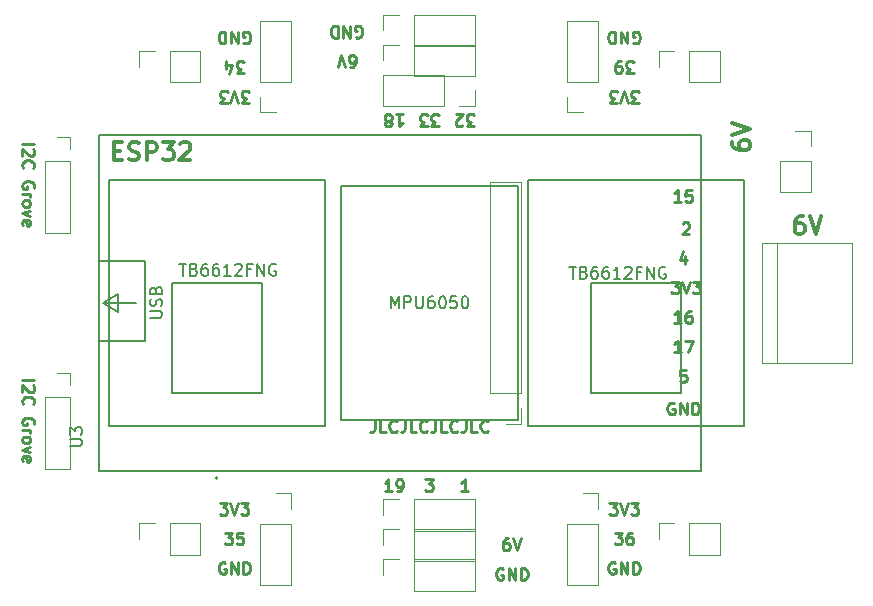
<source format=gbr>
G04 #@! TF.GenerationSoftware,KiCad,Pcbnew,(5.0.1)-3*
G04 #@! TF.CreationDate,2022-06-15T15:10:59+08:00*
G04 #@! TF.ProjectId,Omnibot V1,4F6D6E69626F742056312E6B69636164,rev?*
G04 #@! TF.SameCoordinates,Original*
G04 #@! TF.FileFunction,Legend,Top*
G04 #@! TF.FilePolarity,Positive*
%FSLAX46Y46*%
G04 Gerber Fmt 4.6, Leading zero omitted, Abs format (unit mm)*
G04 Created by KiCad (PCBNEW (5.0.1)-3) date 15-Jun-22 3:10:59 PM*
%MOMM*%
%LPD*%
G01*
G04 APERTURE LIST*
%ADD10C,0.300000*%
%ADD11C,0.250000*%
%ADD12C,0.120000*%
%ADD13C,0.200000*%
%ADD14C,0.127000*%
%ADD15C,0.150000*%
G04 APERTURE END LIST*
D10*
X81642857Y-42678571D02*
X81357142Y-42678571D01*
X81214285Y-42750000D01*
X81142857Y-42821428D01*
X81000000Y-43035714D01*
X80928571Y-43321428D01*
X80928571Y-43892857D01*
X81000000Y-44035714D01*
X81071428Y-44107142D01*
X81214285Y-44178571D01*
X81500000Y-44178571D01*
X81642857Y-44107142D01*
X81714285Y-44035714D01*
X81785714Y-43892857D01*
X81785714Y-43535714D01*
X81714285Y-43392857D01*
X81642857Y-43321428D01*
X81500000Y-43250000D01*
X81214285Y-43250000D01*
X81071428Y-43321428D01*
X81000000Y-43392857D01*
X80928571Y-43535714D01*
X82214285Y-42678571D02*
X82714285Y-44178571D01*
X83214285Y-42678571D01*
D11*
X45380952Y-59952380D02*
X45380952Y-60666666D01*
X45333333Y-60809523D01*
X45238095Y-60904761D01*
X45095238Y-60952380D01*
X45000000Y-60952380D01*
X46333333Y-60952380D02*
X45857142Y-60952380D01*
X45857142Y-59952380D01*
X47238095Y-60857142D02*
X47190476Y-60904761D01*
X47047619Y-60952380D01*
X46952380Y-60952380D01*
X46809523Y-60904761D01*
X46714285Y-60809523D01*
X46666666Y-60714285D01*
X46619047Y-60523809D01*
X46619047Y-60380952D01*
X46666666Y-60190476D01*
X46714285Y-60095238D01*
X46809523Y-60000000D01*
X46952380Y-59952380D01*
X47047619Y-59952380D01*
X47190476Y-60000000D01*
X47238095Y-60047619D01*
X47952380Y-59952380D02*
X47952380Y-60666666D01*
X47904761Y-60809523D01*
X47809523Y-60904761D01*
X47666666Y-60952380D01*
X47571428Y-60952380D01*
X48904761Y-60952380D02*
X48428571Y-60952380D01*
X48428571Y-59952380D01*
X49809523Y-60857142D02*
X49761904Y-60904761D01*
X49619047Y-60952380D01*
X49523809Y-60952380D01*
X49380952Y-60904761D01*
X49285714Y-60809523D01*
X49238095Y-60714285D01*
X49190476Y-60523809D01*
X49190476Y-60380952D01*
X49238095Y-60190476D01*
X49285714Y-60095238D01*
X49380952Y-60000000D01*
X49523809Y-59952380D01*
X49619047Y-59952380D01*
X49761904Y-60000000D01*
X49809523Y-60047619D01*
X50523809Y-59952380D02*
X50523809Y-60666666D01*
X50476190Y-60809523D01*
X50380952Y-60904761D01*
X50238095Y-60952380D01*
X50142857Y-60952380D01*
X51476190Y-60952380D02*
X51000000Y-60952380D01*
X51000000Y-59952380D01*
X52380952Y-60857142D02*
X52333333Y-60904761D01*
X52190476Y-60952380D01*
X52095238Y-60952380D01*
X51952380Y-60904761D01*
X51857142Y-60809523D01*
X51809523Y-60714285D01*
X51761904Y-60523809D01*
X51761904Y-60380952D01*
X51809523Y-60190476D01*
X51857142Y-60095238D01*
X51952380Y-60000000D01*
X52095238Y-59952380D01*
X52190476Y-59952380D01*
X52333333Y-60000000D01*
X52380952Y-60047619D01*
X53095238Y-59952380D02*
X53095238Y-60666666D01*
X53047619Y-60809523D01*
X52952380Y-60904761D01*
X52809523Y-60952380D01*
X52714285Y-60952380D01*
X54047619Y-60952380D02*
X53571428Y-60952380D01*
X53571428Y-59952380D01*
X54952380Y-60857142D02*
X54904761Y-60904761D01*
X54761904Y-60952380D01*
X54666666Y-60952380D01*
X54523809Y-60904761D01*
X54428571Y-60809523D01*
X54380952Y-60714285D01*
X54333333Y-60523809D01*
X54333333Y-60380952D01*
X54380952Y-60190476D01*
X54428571Y-60095238D01*
X54523809Y-60000000D01*
X54666666Y-59952380D01*
X54761904Y-59952380D01*
X54904761Y-60000000D01*
X54952380Y-60047619D01*
D10*
X23285714Y-37142857D02*
X23785714Y-37142857D01*
X24000000Y-37928571D02*
X23285714Y-37928571D01*
X23285714Y-36428571D01*
X24000000Y-36428571D01*
X24571428Y-37857142D02*
X24785714Y-37928571D01*
X25142857Y-37928571D01*
X25285714Y-37857142D01*
X25357142Y-37785714D01*
X25428571Y-37642857D01*
X25428571Y-37500000D01*
X25357142Y-37357142D01*
X25285714Y-37285714D01*
X25142857Y-37214285D01*
X24857142Y-37142857D01*
X24714285Y-37071428D01*
X24642857Y-37000000D01*
X24571428Y-36857142D01*
X24571428Y-36714285D01*
X24642857Y-36571428D01*
X24714285Y-36500000D01*
X24857142Y-36428571D01*
X25214285Y-36428571D01*
X25428571Y-36500000D01*
X26071428Y-37928571D02*
X26071428Y-36428571D01*
X26642857Y-36428571D01*
X26785714Y-36500000D01*
X26857142Y-36571428D01*
X26928571Y-36714285D01*
X26928571Y-36928571D01*
X26857142Y-37071428D01*
X26785714Y-37142857D01*
X26642857Y-37214285D01*
X26071428Y-37214285D01*
X27428571Y-36428571D02*
X28357142Y-36428571D01*
X27857142Y-37000000D01*
X28071428Y-37000000D01*
X28214285Y-37071428D01*
X28285714Y-37142857D01*
X28357142Y-37285714D01*
X28357142Y-37642857D01*
X28285714Y-37785714D01*
X28214285Y-37857142D01*
X28071428Y-37928571D01*
X27642857Y-37928571D01*
X27500000Y-37857142D01*
X27428571Y-37785714D01*
X28928571Y-36571428D02*
X29000000Y-36500000D01*
X29142857Y-36428571D01*
X29500000Y-36428571D01*
X29642857Y-36500000D01*
X29714285Y-36571428D01*
X29785714Y-36714285D01*
X29785714Y-36857142D01*
X29714285Y-37071428D01*
X28857142Y-37928571D01*
X29785714Y-37928571D01*
D11*
X70738095Y-58500000D02*
X70642857Y-58452380D01*
X70500000Y-58452380D01*
X70357142Y-58500000D01*
X70261904Y-58595238D01*
X70214285Y-58690476D01*
X70166666Y-58880952D01*
X70166666Y-59023809D01*
X70214285Y-59214285D01*
X70261904Y-59309523D01*
X70357142Y-59404761D01*
X70500000Y-59452380D01*
X70595238Y-59452380D01*
X70738095Y-59404761D01*
X70785714Y-59357142D01*
X70785714Y-59023809D01*
X70595238Y-59023809D01*
X71214285Y-59452380D02*
X71214285Y-58452380D01*
X71785714Y-59452380D01*
X71785714Y-58452380D01*
X72261904Y-59452380D02*
X72261904Y-58452380D01*
X72500000Y-58452380D01*
X72642857Y-58500000D01*
X72738095Y-58595238D01*
X72785714Y-58690476D01*
X72833333Y-58880952D01*
X72833333Y-59023809D01*
X72785714Y-59214285D01*
X72738095Y-59309523D01*
X72642857Y-59404761D01*
X72500000Y-59452380D01*
X72261904Y-59452380D01*
X71738095Y-55702380D02*
X71261904Y-55702380D01*
X71214285Y-56178571D01*
X71261904Y-56130952D01*
X71357142Y-56083333D01*
X71595238Y-56083333D01*
X71690476Y-56130952D01*
X71738095Y-56178571D01*
X71785714Y-56273809D01*
X71785714Y-56511904D01*
X71738095Y-56607142D01*
X71690476Y-56654761D01*
X71595238Y-56702380D01*
X71357142Y-56702380D01*
X71261904Y-56654761D01*
X71214285Y-56607142D01*
X71309523Y-54202380D02*
X70738095Y-54202380D01*
X71023809Y-54202380D02*
X71023809Y-53202380D01*
X70928571Y-53345238D01*
X70833333Y-53440476D01*
X70738095Y-53488095D01*
X71642857Y-53202380D02*
X72309523Y-53202380D01*
X71880952Y-54202380D01*
X71309523Y-51702380D02*
X70738095Y-51702380D01*
X71023809Y-51702380D02*
X71023809Y-50702380D01*
X70928571Y-50845238D01*
X70833333Y-50940476D01*
X70738095Y-50988095D01*
X72166666Y-50702380D02*
X71976190Y-50702380D01*
X71880952Y-50750000D01*
X71833333Y-50797619D01*
X71738095Y-50940476D01*
X71690476Y-51130952D01*
X71690476Y-51511904D01*
X71738095Y-51607142D01*
X71785714Y-51654761D01*
X71880952Y-51702380D01*
X72071428Y-51702380D01*
X72166666Y-51654761D01*
X72214285Y-51607142D01*
X72261904Y-51511904D01*
X72261904Y-51273809D01*
X72214285Y-51178571D01*
X72166666Y-51130952D01*
X72071428Y-51083333D01*
X71880952Y-51083333D01*
X71785714Y-51130952D01*
X71738095Y-51178571D01*
X71690476Y-51273809D01*
X70511904Y-48202380D02*
X71130952Y-48202380D01*
X70797619Y-48583333D01*
X70940476Y-48583333D01*
X71035714Y-48630952D01*
X71083333Y-48678571D01*
X71130952Y-48773809D01*
X71130952Y-49011904D01*
X71083333Y-49107142D01*
X71035714Y-49154761D01*
X70940476Y-49202380D01*
X70654761Y-49202380D01*
X70559523Y-49154761D01*
X70511904Y-49107142D01*
X71416666Y-48202380D02*
X71750000Y-49202380D01*
X72083333Y-48202380D01*
X72321428Y-48202380D02*
X72940476Y-48202380D01*
X72607142Y-48583333D01*
X72750000Y-48583333D01*
X72845238Y-48630952D01*
X72892857Y-48678571D01*
X72940476Y-48773809D01*
X72940476Y-49011904D01*
X72892857Y-49107142D01*
X72845238Y-49154761D01*
X72750000Y-49202380D01*
X72464285Y-49202380D01*
X72369047Y-49154761D01*
X72321428Y-49107142D01*
X71690476Y-46035714D02*
X71690476Y-46702380D01*
X71452380Y-45654761D02*
X71214285Y-46369047D01*
X71833333Y-46369047D01*
X71464285Y-43297619D02*
X71511904Y-43250000D01*
X71607142Y-43202380D01*
X71845238Y-43202380D01*
X71940476Y-43250000D01*
X71988095Y-43297619D01*
X72035714Y-43392857D01*
X72035714Y-43488095D01*
X71988095Y-43630952D01*
X71416666Y-44202380D01*
X72035714Y-44202380D01*
X71309523Y-41452380D02*
X70738095Y-41452380D01*
X71023809Y-41452380D02*
X71023809Y-40452380D01*
X70928571Y-40595238D01*
X70833333Y-40690476D01*
X70738095Y-40738095D01*
X72214285Y-40452380D02*
X71738095Y-40452380D01*
X71690476Y-40928571D01*
X71738095Y-40880952D01*
X71833333Y-40833333D01*
X72071428Y-40833333D01*
X72166666Y-40880952D01*
X72214285Y-40928571D01*
X72261904Y-41023809D01*
X72261904Y-41261904D01*
X72214285Y-41357142D01*
X72166666Y-41404761D01*
X72071428Y-41452380D01*
X71833333Y-41452380D01*
X71738095Y-41404761D01*
X71690476Y-41357142D01*
X15547619Y-36571428D02*
X16547619Y-36571428D01*
X16452380Y-37000000D02*
X16500000Y-37047619D01*
X16547619Y-37142857D01*
X16547619Y-37380952D01*
X16500000Y-37476190D01*
X16452380Y-37523809D01*
X16357142Y-37571428D01*
X16261904Y-37571428D01*
X16119047Y-37523809D01*
X15547619Y-36952380D01*
X15547619Y-37571428D01*
X15642857Y-38571428D02*
X15595238Y-38523809D01*
X15547619Y-38380952D01*
X15547619Y-38285714D01*
X15595238Y-38142857D01*
X15690476Y-38047619D01*
X15785714Y-38000000D01*
X15976190Y-37952380D01*
X16119047Y-37952380D01*
X16309523Y-38000000D01*
X16404761Y-38047619D01*
X16500000Y-38142857D01*
X16547619Y-38285714D01*
X16547619Y-38380952D01*
X16500000Y-38523809D01*
X16452380Y-38571428D01*
X16500000Y-40285714D02*
X16547619Y-40190476D01*
X16547619Y-40047619D01*
X16500000Y-39904761D01*
X16404761Y-39809523D01*
X16309523Y-39761904D01*
X16119047Y-39714285D01*
X15976190Y-39714285D01*
X15785714Y-39761904D01*
X15690476Y-39809523D01*
X15595238Y-39904761D01*
X15547619Y-40047619D01*
X15547619Y-40142857D01*
X15595238Y-40285714D01*
X15642857Y-40333333D01*
X15976190Y-40333333D01*
X15976190Y-40142857D01*
X15547619Y-40761904D02*
X16214285Y-40761904D01*
X16023809Y-40761904D02*
X16119047Y-40809523D01*
X16166666Y-40857142D01*
X16214285Y-40952380D01*
X16214285Y-41047619D01*
X15547619Y-41523809D02*
X15595238Y-41428571D01*
X15642857Y-41380952D01*
X15738095Y-41333333D01*
X16023809Y-41333333D01*
X16119047Y-41380952D01*
X16166666Y-41428571D01*
X16214285Y-41523809D01*
X16214285Y-41666666D01*
X16166666Y-41761904D01*
X16119047Y-41809523D01*
X16023809Y-41857142D01*
X15738095Y-41857142D01*
X15642857Y-41809523D01*
X15595238Y-41761904D01*
X15547619Y-41666666D01*
X15547619Y-41523809D01*
X16214285Y-42190476D02*
X15547619Y-42428571D01*
X16214285Y-42666666D01*
X15595238Y-43428571D02*
X15547619Y-43333333D01*
X15547619Y-43142857D01*
X15595238Y-43047619D01*
X15690476Y-43000000D01*
X16071428Y-43000000D01*
X16166666Y-43047619D01*
X16214285Y-43142857D01*
X16214285Y-43333333D01*
X16166666Y-43428571D01*
X16071428Y-43476190D01*
X15976190Y-43476190D01*
X15880952Y-43000000D01*
X15547619Y-56571428D02*
X16547619Y-56571428D01*
X16452380Y-57000000D02*
X16500000Y-57047619D01*
X16547619Y-57142857D01*
X16547619Y-57380952D01*
X16500000Y-57476190D01*
X16452380Y-57523809D01*
X16357142Y-57571428D01*
X16261904Y-57571428D01*
X16119047Y-57523809D01*
X15547619Y-56952380D01*
X15547619Y-57571428D01*
X15642857Y-58571428D02*
X15595238Y-58523809D01*
X15547619Y-58380952D01*
X15547619Y-58285714D01*
X15595238Y-58142857D01*
X15690476Y-58047619D01*
X15785714Y-58000000D01*
X15976190Y-57952380D01*
X16119047Y-57952380D01*
X16309523Y-58000000D01*
X16404761Y-58047619D01*
X16500000Y-58142857D01*
X16547619Y-58285714D01*
X16547619Y-58380952D01*
X16500000Y-58523809D01*
X16452380Y-58571428D01*
X16500000Y-60285714D02*
X16547619Y-60190476D01*
X16547619Y-60047619D01*
X16500000Y-59904761D01*
X16404761Y-59809523D01*
X16309523Y-59761904D01*
X16119047Y-59714285D01*
X15976190Y-59714285D01*
X15785714Y-59761904D01*
X15690476Y-59809523D01*
X15595238Y-59904761D01*
X15547619Y-60047619D01*
X15547619Y-60142857D01*
X15595238Y-60285714D01*
X15642857Y-60333333D01*
X15976190Y-60333333D01*
X15976190Y-60142857D01*
X15547619Y-60761904D02*
X16214285Y-60761904D01*
X16023809Y-60761904D02*
X16119047Y-60809523D01*
X16166666Y-60857142D01*
X16214285Y-60952380D01*
X16214285Y-61047619D01*
X15547619Y-61523809D02*
X15595238Y-61428571D01*
X15642857Y-61380952D01*
X15738095Y-61333333D01*
X16023809Y-61333333D01*
X16119047Y-61380952D01*
X16166666Y-61428571D01*
X16214285Y-61523809D01*
X16214285Y-61666666D01*
X16166666Y-61761904D01*
X16119047Y-61809523D01*
X16023809Y-61857142D01*
X15738095Y-61857142D01*
X15642857Y-61809523D01*
X15595238Y-61761904D01*
X15547619Y-61666666D01*
X15547619Y-61523809D01*
X16214285Y-62190476D02*
X15547619Y-62428571D01*
X16214285Y-62666666D01*
X15595238Y-63428571D02*
X15547619Y-63333333D01*
X15547619Y-63142857D01*
X15595238Y-63047619D01*
X15690476Y-63000000D01*
X16071428Y-63000000D01*
X16166666Y-63047619D01*
X16214285Y-63142857D01*
X16214285Y-63333333D01*
X16166666Y-63428571D01*
X16071428Y-63476190D01*
X15976190Y-63476190D01*
X15880952Y-63000000D01*
X67309523Y-30547619D02*
X66690476Y-30547619D01*
X67023809Y-30166666D01*
X66880952Y-30166666D01*
X66785714Y-30119047D01*
X66738095Y-30071428D01*
X66690476Y-29976190D01*
X66690476Y-29738095D01*
X66738095Y-29642857D01*
X66785714Y-29595238D01*
X66880952Y-29547619D01*
X67166666Y-29547619D01*
X67261904Y-29595238D01*
X67309523Y-29642857D01*
X66214285Y-29547619D02*
X66023809Y-29547619D01*
X65928571Y-29595238D01*
X65880952Y-29642857D01*
X65785714Y-29785714D01*
X65738095Y-29976190D01*
X65738095Y-30357142D01*
X65785714Y-30452380D01*
X65833333Y-30500000D01*
X65928571Y-30547619D01*
X66119047Y-30547619D01*
X66214285Y-30500000D01*
X66261904Y-30452380D01*
X66309523Y-30357142D01*
X66309523Y-30119047D01*
X66261904Y-30023809D01*
X66214285Y-29976190D01*
X66119047Y-29928571D01*
X65928571Y-29928571D01*
X65833333Y-29976190D01*
X65785714Y-30023809D01*
X65738095Y-30119047D01*
X67738095Y-33047619D02*
X67119047Y-33047619D01*
X67452380Y-32666666D01*
X67309523Y-32666666D01*
X67214285Y-32619047D01*
X67166666Y-32571428D01*
X67119047Y-32476190D01*
X67119047Y-32238095D01*
X67166666Y-32142857D01*
X67214285Y-32095238D01*
X67309523Y-32047619D01*
X67595238Y-32047619D01*
X67690476Y-32095238D01*
X67738095Y-32142857D01*
X66833333Y-33047619D02*
X66500000Y-32047619D01*
X66166666Y-33047619D01*
X65928571Y-33047619D02*
X65309523Y-33047619D01*
X65642857Y-32666666D01*
X65500000Y-32666666D01*
X65404761Y-32619047D01*
X65357142Y-32571428D01*
X65309523Y-32476190D01*
X65309523Y-32238095D01*
X65357142Y-32142857D01*
X65404761Y-32095238D01*
X65500000Y-32047619D01*
X65785714Y-32047619D01*
X65880952Y-32095238D01*
X65928571Y-32142857D01*
X67261904Y-28000000D02*
X67357142Y-28047619D01*
X67500000Y-28047619D01*
X67642857Y-28000000D01*
X67738095Y-27904761D01*
X67785714Y-27809523D01*
X67833333Y-27619047D01*
X67833333Y-27476190D01*
X67785714Y-27285714D01*
X67738095Y-27190476D01*
X67642857Y-27095238D01*
X67500000Y-27047619D01*
X67404761Y-27047619D01*
X67261904Y-27095238D01*
X67214285Y-27142857D01*
X67214285Y-27476190D01*
X67404761Y-27476190D01*
X66785714Y-27047619D02*
X66785714Y-28047619D01*
X66214285Y-27047619D01*
X66214285Y-28047619D01*
X65738095Y-27047619D02*
X65738095Y-28047619D01*
X65500000Y-28047619D01*
X65357142Y-28000000D01*
X65261904Y-27904761D01*
X65214285Y-27809523D01*
X65166666Y-27619047D01*
X65166666Y-27476190D01*
X65214285Y-27285714D01*
X65261904Y-27190476D01*
X65357142Y-27095238D01*
X65500000Y-27047619D01*
X65738095Y-27047619D01*
X34738095Y-33047619D02*
X34119047Y-33047619D01*
X34452380Y-32666666D01*
X34309523Y-32666666D01*
X34214285Y-32619047D01*
X34166666Y-32571428D01*
X34119047Y-32476190D01*
X34119047Y-32238095D01*
X34166666Y-32142857D01*
X34214285Y-32095238D01*
X34309523Y-32047619D01*
X34595238Y-32047619D01*
X34690476Y-32095238D01*
X34738095Y-32142857D01*
X33833333Y-33047619D02*
X33500000Y-32047619D01*
X33166666Y-33047619D01*
X32928571Y-33047619D02*
X32309523Y-33047619D01*
X32642857Y-32666666D01*
X32500000Y-32666666D01*
X32404761Y-32619047D01*
X32357142Y-32571428D01*
X32309523Y-32476190D01*
X32309523Y-32238095D01*
X32357142Y-32142857D01*
X32404761Y-32095238D01*
X32500000Y-32047619D01*
X32785714Y-32047619D01*
X32880952Y-32095238D01*
X32928571Y-32142857D01*
X34261904Y-28000000D02*
X34357142Y-28047619D01*
X34500000Y-28047619D01*
X34642857Y-28000000D01*
X34738095Y-27904761D01*
X34785714Y-27809523D01*
X34833333Y-27619047D01*
X34833333Y-27476190D01*
X34785714Y-27285714D01*
X34738095Y-27190476D01*
X34642857Y-27095238D01*
X34500000Y-27047619D01*
X34404761Y-27047619D01*
X34261904Y-27095238D01*
X34214285Y-27142857D01*
X34214285Y-27476190D01*
X34404761Y-27476190D01*
X33785714Y-27047619D02*
X33785714Y-28047619D01*
X33214285Y-27047619D01*
X33214285Y-28047619D01*
X32738095Y-27047619D02*
X32738095Y-28047619D01*
X32500000Y-28047619D01*
X32357142Y-28000000D01*
X32261904Y-27904761D01*
X32214285Y-27809523D01*
X32166666Y-27619047D01*
X32166666Y-27476190D01*
X32214285Y-27285714D01*
X32261904Y-27190476D01*
X32357142Y-27095238D01*
X32500000Y-27047619D01*
X32738095Y-27047619D01*
X34309523Y-30547619D02*
X33690476Y-30547619D01*
X34023809Y-30166666D01*
X33880952Y-30166666D01*
X33785714Y-30119047D01*
X33738095Y-30071428D01*
X33690476Y-29976190D01*
X33690476Y-29738095D01*
X33738095Y-29642857D01*
X33785714Y-29595238D01*
X33880952Y-29547619D01*
X34166666Y-29547619D01*
X34261904Y-29595238D01*
X34309523Y-29642857D01*
X32833333Y-30214285D02*
X32833333Y-29547619D01*
X33071428Y-30595238D02*
X33309523Y-29880952D01*
X32690476Y-29880952D01*
X65261904Y-66952380D02*
X65880952Y-66952380D01*
X65547619Y-67333333D01*
X65690476Y-67333333D01*
X65785714Y-67380952D01*
X65833333Y-67428571D01*
X65880952Y-67523809D01*
X65880952Y-67761904D01*
X65833333Y-67857142D01*
X65785714Y-67904761D01*
X65690476Y-67952380D01*
X65404761Y-67952380D01*
X65309523Y-67904761D01*
X65261904Y-67857142D01*
X66166666Y-66952380D02*
X66500000Y-67952380D01*
X66833333Y-66952380D01*
X67071428Y-66952380D02*
X67690476Y-66952380D01*
X67357142Y-67333333D01*
X67500000Y-67333333D01*
X67595238Y-67380952D01*
X67642857Y-67428571D01*
X67690476Y-67523809D01*
X67690476Y-67761904D01*
X67642857Y-67857142D01*
X67595238Y-67904761D01*
X67500000Y-67952380D01*
X67214285Y-67952380D01*
X67119047Y-67904761D01*
X67071428Y-67857142D01*
X65738095Y-72000000D02*
X65642857Y-71952380D01*
X65500000Y-71952380D01*
X65357142Y-72000000D01*
X65261904Y-72095238D01*
X65214285Y-72190476D01*
X65166666Y-72380952D01*
X65166666Y-72523809D01*
X65214285Y-72714285D01*
X65261904Y-72809523D01*
X65357142Y-72904761D01*
X65500000Y-72952380D01*
X65595238Y-72952380D01*
X65738095Y-72904761D01*
X65785714Y-72857142D01*
X65785714Y-72523809D01*
X65595238Y-72523809D01*
X66214285Y-72952380D02*
X66214285Y-71952380D01*
X66785714Y-72952380D01*
X66785714Y-71952380D01*
X67261904Y-72952380D02*
X67261904Y-71952380D01*
X67500000Y-71952380D01*
X67642857Y-72000000D01*
X67738095Y-72095238D01*
X67785714Y-72190476D01*
X67833333Y-72380952D01*
X67833333Y-72523809D01*
X67785714Y-72714285D01*
X67738095Y-72809523D01*
X67642857Y-72904761D01*
X67500000Y-72952380D01*
X67261904Y-72952380D01*
X65690476Y-69452380D02*
X66309523Y-69452380D01*
X65976190Y-69833333D01*
X66119047Y-69833333D01*
X66214285Y-69880952D01*
X66261904Y-69928571D01*
X66309523Y-70023809D01*
X66309523Y-70261904D01*
X66261904Y-70357142D01*
X66214285Y-70404761D01*
X66119047Y-70452380D01*
X65833333Y-70452380D01*
X65738095Y-70404761D01*
X65690476Y-70357142D01*
X67166666Y-69452380D02*
X66976190Y-69452380D01*
X66880952Y-69500000D01*
X66833333Y-69547619D01*
X66738095Y-69690476D01*
X66690476Y-69880952D01*
X66690476Y-70261904D01*
X66738095Y-70357142D01*
X66785714Y-70404761D01*
X66880952Y-70452380D01*
X67071428Y-70452380D01*
X67166666Y-70404761D01*
X67214285Y-70357142D01*
X67261904Y-70261904D01*
X67261904Y-70023809D01*
X67214285Y-69928571D01*
X67166666Y-69880952D01*
X67071428Y-69833333D01*
X66880952Y-69833333D01*
X66785714Y-69880952D01*
X66738095Y-69928571D01*
X66690476Y-70023809D01*
X32690476Y-69452380D02*
X33309523Y-69452380D01*
X32976190Y-69833333D01*
X33119047Y-69833333D01*
X33214285Y-69880952D01*
X33261904Y-69928571D01*
X33309523Y-70023809D01*
X33309523Y-70261904D01*
X33261904Y-70357142D01*
X33214285Y-70404761D01*
X33119047Y-70452380D01*
X32833333Y-70452380D01*
X32738095Y-70404761D01*
X32690476Y-70357142D01*
X34214285Y-69452380D02*
X33738095Y-69452380D01*
X33690476Y-69928571D01*
X33738095Y-69880952D01*
X33833333Y-69833333D01*
X34071428Y-69833333D01*
X34166666Y-69880952D01*
X34214285Y-69928571D01*
X34261904Y-70023809D01*
X34261904Y-70261904D01*
X34214285Y-70357142D01*
X34166666Y-70404761D01*
X34071428Y-70452380D01*
X33833333Y-70452380D01*
X33738095Y-70404761D01*
X33690476Y-70357142D01*
X32738095Y-72000000D02*
X32642857Y-71952380D01*
X32500000Y-71952380D01*
X32357142Y-72000000D01*
X32261904Y-72095238D01*
X32214285Y-72190476D01*
X32166666Y-72380952D01*
X32166666Y-72523809D01*
X32214285Y-72714285D01*
X32261904Y-72809523D01*
X32357142Y-72904761D01*
X32500000Y-72952380D01*
X32595238Y-72952380D01*
X32738095Y-72904761D01*
X32785714Y-72857142D01*
X32785714Y-72523809D01*
X32595238Y-72523809D01*
X33214285Y-72952380D02*
X33214285Y-71952380D01*
X33785714Y-72952380D01*
X33785714Y-71952380D01*
X34261904Y-72952380D02*
X34261904Y-71952380D01*
X34500000Y-71952380D01*
X34642857Y-72000000D01*
X34738095Y-72095238D01*
X34785714Y-72190476D01*
X34833333Y-72380952D01*
X34833333Y-72523809D01*
X34785714Y-72714285D01*
X34738095Y-72809523D01*
X34642857Y-72904761D01*
X34500000Y-72952380D01*
X34261904Y-72952380D01*
X32261904Y-66952380D02*
X32880952Y-66952380D01*
X32547619Y-67333333D01*
X32690476Y-67333333D01*
X32785714Y-67380952D01*
X32833333Y-67428571D01*
X32880952Y-67523809D01*
X32880952Y-67761904D01*
X32833333Y-67857142D01*
X32785714Y-67904761D01*
X32690476Y-67952380D01*
X32404761Y-67952380D01*
X32309523Y-67904761D01*
X32261904Y-67857142D01*
X33166666Y-66952380D02*
X33500000Y-67952380D01*
X33833333Y-66952380D01*
X34071428Y-66952380D02*
X34690476Y-66952380D01*
X34357142Y-67333333D01*
X34500000Y-67333333D01*
X34595238Y-67380952D01*
X34642857Y-67428571D01*
X34690476Y-67523809D01*
X34690476Y-67761904D01*
X34642857Y-67857142D01*
X34595238Y-67904761D01*
X34500000Y-67952380D01*
X34214285Y-67952380D01*
X34119047Y-67904761D01*
X34071428Y-67857142D01*
X46809523Y-65952380D02*
X46238095Y-65952380D01*
X46523809Y-65952380D02*
X46523809Y-64952380D01*
X46428571Y-65095238D01*
X46333333Y-65190476D01*
X46238095Y-65238095D01*
X47285714Y-65952380D02*
X47476190Y-65952380D01*
X47571428Y-65904761D01*
X47619047Y-65857142D01*
X47714285Y-65714285D01*
X47761904Y-65523809D01*
X47761904Y-65142857D01*
X47714285Y-65047619D01*
X47666666Y-65000000D01*
X47571428Y-64952380D01*
X47380952Y-64952380D01*
X47285714Y-65000000D01*
X47238095Y-65047619D01*
X47190476Y-65142857D01*
X47190476Y-65380952D01*
X47238095Y-65476190D01*
X47285714Y-65523809D01*
X47380952Y-65571428D01*
X47571428Y-65571428D01*
X47666666Y-65523809D01*
X47714285Y-65476190D01*
X47761904Y-65380952D01*
X49666666Y-64952380D02*
X50285714Y-64952380D01*
X49952380Y-65333333D01*
X50095238Y-65333333D01*
X50190476Y-65380952D01*
X50238095Y-65428571D01*
X50285714Y-65523809D01*
X50285714Y-65761904D01*
X50238095Y-65857142D01*
X50190476Y-65904761D01*
X50095238Y-65952380D01*
X49809523Y-65952380D01*
X49714285Y-65904761D01*
X49666666Y-65857142D01*
X53809523Y-35047619D02*
X53190476Y-35047619D01*
X53523809Y-34666666D01*
X53380952Y-34666666D01*
X53285714Y-34619047D01*
X53238095Y-34571428D01*
X53190476Y-34476190D01*
X53190476Y-34238095D01*
X53238095Y-34142857D01*
X53285714Y-34095238D01*
X53380952Y-34047619D01*
X53666666Y-34047619D01*
X53761904Y-34095238D01*
X53809523Y-34142857D01*
X52809523Y-34952380D02*
X52761904Y-35000000D01*
X52666666Y-35047619D01*
X52428571Y-35047619D01*
X52333333Y-35000000D01*
X52285714Y-34952380D01*
X52238095Y-34857142D01*
X52238095Y-34761904D01*
X52285714Y-34619047D01*
X52857142Y-34047619D01*
X52238095Y-34047619D01*
X50809523Y-35047619D02*
X50190476Y-35047619D01*
X50523809Y-34666666D01*
X50380952Y-34666666D01*
X50285714Y-34619047D01*
X50238095Y-34571428D01*
X50190476Y-34476190D01*
X50190476Y-34238095D01*
X50238095Y-34142857D01*
X50285714Y-34095238D01*
X50380952Y-34047619D01*
X50666666Y-34047619D01*
X50761904Y-34095238D01*
X50809523Y-34142857D01*
X49857142Y-35047619D02*
X49238095Y-35047619D01*
X49571428Y-34666666D01*
X49428571Y-34666666D01*
X49333333Y-34619047D01*
X49285714Y-34571428D01*
X49238095Y-34476190D01*
X49238095Y-34238095D01*
X49285714Y-34142857D01*
X49333333Y-34095238D01*
X49428571Y-34047619D01*
X49714285Y-34047619D01*
X49809523Y-34095238D01*
X49857142Y-34142857D01*
X47190476Y-34047619D02*
X47761904Y-34047619D01*
X47476190Y-34047619D02*
X47476190Y-35047619D01*
X47571428Y-34904761D01*
X47666666Y-34809523D01*
X47761904Y-34761904D01*
X46619047Y-34619047D02*
X46714285Y-34666666D01*
X46761904Y-34714285D01*
X46809523Y-34809523D01*
X46809523Y-34857142D01*
X46761904Y-34952380D01*
X46714285Y-35000000D01*
X46619047Y-35047619D01*
X46428571Y-35047619D01*
X46333333Y-35000000D01*
X46285714Y-34952380D01*
X46238095Y-34857142D01*
X46238095Y-34809523D01*
X46285714Y-34714285D01*
X46333333Y-34666666D01*
X46428571Y-34619047D01*
X46619047Y-34619047D01*
X46714285Y-34571428D01*
X46761904Y-34523809D01*
X46809523Y-34428571D01*
X46809523Y-34238095D01*
X46761904Y-34142857D01*
X46714285Y-34095238D01*
X46619047Y-34047619D01*
X46428571Y-34047619D01*
X46333333Y-34095238D01*
X46285714Y-34142857D01*
X46238095Y-34238095D01*
X46238095Y-34428571D01*
X46285714Y-34523809D01*
X46333333Y-34571428D01*
X46428571Y-34619047D01*
X53285714Y-65952380D02*
X52714285Y-65952380D01*
X53000000Y-65952380D02*
X53000000Y-64952380D01*
X52904761Y-65095238D01*
X52809523Y-65190476D01*
X52714285Y-65238095D01*
X56238095Y-72500000D02*
X56142857Y-72452380D01*
X56000000Y-72452380D01*
X55857142Y-72500000D01*
X55761904Y-72595238D01*
X55714285Y-72690476D01*
X55666666Y-72880952D01*
X55666666Y-73023809D01*
X55714285Y-73214285D01*
X55761904Y-73309523D01*
X55857142Y-73404761D01*
X56000000Y-73452380D01*
X56095238Y-73452380D01*
X56238095Y-73404761D01*
X56285714Y-73357142D01*
X56285714Y-73023809D01*
X56095238Y-73023809D01*
X56714285Y-73452380D02*
X56714285Y-72452380D01*
X57285714Y-73452380D01*
X57285714Y-72452380D01*
X57761904Y-73452380D02*
X57761904Y-72452380D01*
X58000000Y-72452380D01*
X58142857Y-72500000D01*
X58238095Y-72595238D01*
X58285714Y-72690476D01*
X58333333Y-72880952D01*
X58333333Y-73023809D01*
X58285714Y-73214285D01*
X58238095Y-73309523D01*
X58142857Y-73404761D01*
X58000000Y-73452380D01*
X57761904Y-73452380D01*
X56711904Y-69952380D02*
X56521428Y-69952380D01*
X56426190Y-70000000D01*
X56378571Y-70047619D01*
X56283333Y-70190476D01*
X56235714Y-70380952D01*
X56235714Y-70761904D01*
X56283333Y-70857142D01*
X56330952Y-70904761D01*
X56426190Y-70952380D01*
X56616666Y-70952380D01*
X56711904Y-70904761D01*
X56759523Y-70857142D01*
X56807142Y-70761904D01*
X56807142Y-70523809D01*
X56759523Y-70428571D01*
X56711904Y-70380952D01*
X56616666Y-70333333D01*
X56426190Y-70333333D01*
X56330952Y-70380952D01*
X56283333Y-70428571D01*
X56235714Y-70523809D01*
X57092857Y-69952380D02*
X57426190Y-70952380D01*
X57759523Y-69952380D01*
X43761904Y-27500000D02*
X43857142Y-27547619D01*
X44000000Y-27547619D01*
X44142857Y-27500000D01*
X44238095Y-27404761D01*
X44285714Y-27309523D01*
X44333333Y-27119047D01*
X44333333Y-26976190D01*
X44285714Y-26785714D01*
X44238095Y-26690476D01*
X44142857Y-26595238D01*
X44000000Y-26547619D01*
X43904761Y-26547619D01*
X43761904Y-26595238D01*
X43714285Y-26642857D01*
X43714285Y-26976190D01*
X43904761Y-26976190D01*
X43285714Y-26547619D02*
X43285714Y-27547619D01*
X42714285Y-26547619D01*
X42714285Y-27547619D01*
X42238095Y-26547619D02*
X42238095Y-27547619D01*
X42000000Y-27547619D01*
X41857142Y-27500000D01*
X41761904Y-27404761D01*
X41714285Y-27309523D01*
X41666666Y-27119047D01*
X41666666Y-26976190D01*
X41714285Y-26785714D01*
X41761904Y-26690476D01*
X41857142Y-26595238D01*
X42000000Y-26547619D01*
X42238095Y-26547619D01*
X43288095Y-30047619D02*
X43478571Y-30047619D01*
X43573809Y-30000000D01*
X43621428Y-29952380D01*
X43716666Y-29809523D01*
X43764285Y-29619047D01*
X43764285Y-29238095D01*
X43716666Y-29142857D01*
X43669047Y-29095238D01*
X43573809Y-29047619D01*
X43383333Y-29047619D01*
X43288095Y-29095238D01*
X43240476Y-29142857D01*
X43192857Y-29238095D01*
X43192857Y-29476190D01*
X43240476Y-29571428D01*
X43288095Y-29619047D01*
X43383333Y-29666666D01*
X43573809Y-29666666D01*
X43669047Y-29619047D01*
X43716666Y-29571428D01*
X43764285Y-29476190D01*
X42907142Y-30047619D02*
X42573809Y-29047619D01*
X42240476Y-30047619D01*
D10*
X75678571Y-36357142D02*
X75678571Y-36642857D01*
X75750000Y-36785714D01*
X75821428Y-36857142D01*
X76035714Y-37000000D01*
X76321428Y-37071428D01*
X76892857Y-37071428D01*
X77035714Y-37000000D01*
X77107142Y-36928571D01*
X77178571Y-36785714D01*
X77178571Y-36500000D01*
X77107142Y-36357142D01*
X77035714Y-36285714D01*
X76892857Y-36214285D01*
X76535714Y-36214285D01*
X76392857Y-36285714D01*
X76321428Y-36357142D01*
X76250000Y-36500000D01*
X76250000Y-36785714D01*
X76321428Y-36928571D01*
X76392857Y-37000000D01*
X76535714Y-37071428D01*
X75678571Y-35785714D02*
X77178571Y-35285714D01*
X75678571Y-34785714D01*
D12*
G04 #@! TO.C,J6*
X78190000Y-44920000D02*
X78190000Y-55080000D01*
X85810000Y-44920000D02*
X78190000Y-44920000D01*
X85810000Y-55080000D02*
X85810000Y-44920000D01*
X78190000Y-55080000D02*
X85810000Y-55080000D01*
X79460000Y-55080000D02*
X79460000Y-44920000D01*
D13*
G04 #@! TO.C,U3*
X23624000Y-49238000D02*
X22354000Y-50000000D01*
X23624000Y-50762000D02*
X23624000Y-49238000D01*
X22354000Y-50000000D02*
X23624000Y-50762000D01*
X25148000Y-50000000D02*
X22354000Y-50000000D01*
X22354000Y-50000000D02*
X25148000Y-50000000D01*
D14*
X72975000Y-41220000D02*
X72975000Y-35770000D01*
X72975000Y-58910000D02*
X72975000Y-41220000D01*
X72975000Y-64280000D02*
X72975000Y-58910000D01*
X22025000Y-35770000D02*
X72975000Y-35770000D01*
X72975000Y-64280000D02*
X22025000Y-64280000D01*
X22025000Y-46500000D02*
X22025000Y-35770000D01*
X22025000Y-53211000D02*
X22025000Y-46500000D01*
X22025000Y-64280000D02*
X22025000Y-53211000D01*
X25915000Y-53211000D02*
X22025000Y-53211000D01*
X25915000Y-46500000D02*
X25915000Y-53211000D01*
X22025000Y-46500000D02*
X25915000Y-46500000D01*
D13*
X32085000Y-64850000D02*
G75*
G03X32085000Y-64850000I-100000J0D01*
G01*
D14*
X72975000Y-64280000D02*
X22025000Y-64280000D01*
X22025000Y-64280000D02*
X22025000Y-35770000D01*
X72975000Y-35770000D02*
X72975000Y-64280000D01*
X22025000Y-35770000D02*
X72975000Y-35770000D01*
D12*
G04 #@! TO.C,J7*
X79670000Y-38020000D02*
X82330000Y-38020000D01*
X79670000Y-38020000D02*
X79670000Y-40620000D01*
X79670000Y-40620000D02*
X82330000Y-40620000D01*
X82330000Y-38020000D02*
X82330000Y-40620000D01*
X82330000Y-35420000D02*
X82330000Y-36750000D01*
X81000000Y-35420000D02*
X82330000Y-35420000D01*
G04 #@! TO.C,J3*
X38330000Y-31270000D02*
X35670000Y-31270000D01*
X38330000Y-31270000D02*
X38330000Y-26130000D01*
X38330000Y-26130000D02*
X35670000Y-26130000D01*
X35670000Y-31270000D02*
X35670000Y-26130000D01*
X35670000Y-33870000D02*
X35670000Y-32540000D01*
X37000000Y-33870000D02*
X35670000Y-33870000D01*
G04 #@! TO.C,J2*
X35670000Y-68730000D02*
X38330000Y-68730000D01*
X35670000Y-68730000D02*
X35670000Y-73870000D01*
X35670000Y-73870000D02*
X38330000Y-73870000D01*
X38330000Y-68730000D02*
X38330000Y-73870000D01*
X38330000Y-66130000D02*
X38330000Y-67460000D01*
X37000000Y-66130000D02*
X38330000Y-66130000D01*
G04 #@! TO.C,J4*
X61670000Y-68730000D02*
X64330000Y-68730000D01*
X61670000Y-68730000D02*
X61670000Y-73870000D01*
X61670000Y-73870000D02*
X64330000Y-73870000D01*
X64330000Y-68730000D02*
X64330000Y-73870000D01*
X64330000Y-66130000D02*
X64330000Y-67460000D01*
X63000000Y-66130000D02*
X64330000Y-66130000D01*
G04 #@! TO.C,J5*
X64330000Y-31270000D02*
X61670000Y-31270000D01*
X64330000Y-31270000D02*
X64330000Y-26130000D01*
X64330000Y-26130000D02*
X61670000Y-26130000D01*
X61670000Y-31270000D02*
X61670000Y-26130000D01*
X61670000Y-33870000D02*
X61670000Y-32540000D01*
X63000000Y-33870000D02*
X61670000Y-33870000D01*
G04 #@! TO.C,J12*
X46130000Y-73060000D02*
X46130000Y-71730000D01*
X46130000Y-71730000D02*
X47460000Y-71730000D01*
X48730000Y-71730000D02*
X53870000Y-71730000D01*
X53870000Y-74390000D02*
X53870000Y-71730000D01*
X48730000Y-74390000D02*
X53870000Y-74390000D01*
X48730000Y-74390000D02*
X48730000Y-71730000D01*
G04 #@! TO.C,J11*
X46130000Y-70520000D02*
X46130000Y-69190000D01*
X46130000Y-69190000D02*
X47460000Y-69190000D01*
X48730000Y-69190000D02*
X53870000Y-69190000D01*
X53870000Y-71850000D02*
X53870000Y-69190000D01*
X48730000Y-71850000D02*
X53870000Y-71850000D01*
X48730000Y-71850000D02*
X48730000Y-69190000D01*
G04 #@! TO.C,J10*
X46130000Y-67980000D02*
X46130000Y-66650000D01*
X46130000Y-66650000D02*
X47460000Y-66650000D01*
X48730000Y-66650000D02*
X53870000Y-66650000D01*
X53870000Y-69310000D02*
X53870000Y-66650000D01*
X48730000Y-69310000D02*
X53870000Y-69310000D01*
X48730000Y-69310000D02*
X48730000Y-66650000D01*
G04 #@! TO.C,J14*
X46130000Y-26940000D02*
X46130000Y-25610000D01*
X46130000Y-25610000D02*
X47460000Y-25610000D01*
X48730000Y-25610000D02*
X53870000Y-25610000D01*
X53870000Y-28270000D02*
X53870000Y-25610000D01*
X48730000Y-28270000D02*
X53870000Y-28270000D01*
X48730000Y-28270000D02*
X48730000Y-25610000D01*
G04 #@! TO.C,J13*
X46130000Y-29480000D02*
X46130000Y-28150000D01*
X46130000Y-28150000D02*
X47460000Y-28150000D01*
X48730000Y-28150000D02*
X53870000Y-28150000D01*
X53870000Y-30810000D02*
X53870000Y-28150000D01*
X48730000Y-30810000D02*
X53870000Y-30810000D01*
X48730000Y-30810000D02*
X48730000Y-28150000D01*
G04 #@! TO.C,J9*
X53870000Y-32020000D02*
X53870000Y-33350000D01*
X53870000Y-33350000D02*
X52540000Y-33350000D01*
X51270000Y-33350000D02*
X46130000Y-33350000D01*
X46130000Y-30690000D02*
X46130000Y-33350000D01*
X51270000Y-30690000D02*
X46130000Y-30690000D01*
X51270000Y-30690000D02*
X51270000Y-33350000D01*
G04 #@! TO.C,U4*
X57796600Y-39788400D02*
X55136600Y-39788400D01*
X57796600Y-57628400D02*
X57796600Y-39788400D01*
X55136600Y-57628400D02*
X55136600Y-39788400D01*
X57796600Y-57628400D02*
X55136600Y-57628400D01*
X57796600Y-58898400D02*
X57796600Y-60228400D01*
X57796600Y-60228400D02*
X56466600Y-60228400D01*
D13*
X57493000Y-59906000D02*
X42507000Y-59906000D01*
X42507000Y-59906000D02*
X42507000Y-40094000D01*
X57493000Y-59906000D02*
X57493000Y-40094000D01*
X57493000Y-40094000D02*
X42507000Y-40094000D01*
D15*
G04 #@! TO.C,U1*
X63690000Y-48349000D02*
X63690000Y-57620000D01*
X71310000Y-48349000D02*
X63690000Y-48349000D01*
X71310000Y-57620000D02*
X71310000Y-48349000D01*
X63690000Y-57620000D02*
X71310000Y-57620000D01*
X76644000Y-39586000D02*
X58356000Y-39586000D01*
X58356000Y-39586000D02*
X58356000Y-60414000D01*
X58356000Y-60414000D02*
X76644000Y-60414000D01*
X76644000Y-60414000D02*
X76644000Y-39586000D01*
G04 #@! TO.C,U2*
X41144000Y-60414000D02*
X41144000Y-39586000D01*
X22856000Y-60414000D02*
X41144000Y-60414000D01*
X22856000Y-39586000D02*
X22856000Y-60414000D01*
X41144000Y-39586000D02*
X22856000Y-39586000D01*
X28190000Y-57620000D02*
X35810000Y-57620000D01*
X35810000Y-57620000D02*
X35810000Y-48349000D01*
X35810000Y-48349000D02*
X28190000Y-48349000D01*
X28190000Y-48349000D02*
X28190000Y-57620000D01*
D12*
G04 #@! TO.C,J1*
X18500000Y-55940000D02*
X19560000Y-55940000D01*
X19560000Y-55940000D02*
X19560000Y-57000000D01*
X19560000Y-58000000D02*
X19560000Y-64060000D01*
X17440000Y-64060000D02*
X19560000Y-64060000D01*
X17440000Y-58000000D02*
X17440000Y-64060000D01*
X17440000Y-58000000D02*
X19560000Y-58000000D01*
G04 #@! TO.C,M1*
X25420000Y-30000000D02*
X25420000Y-28670000D01*
X25420000Y-28670000D02*
X26750000Y-28670000D01*
X28020000Y-28670000D02*
X30620000Y-28670000D01*
X30620000Y-31330000D02*
X30620000Y-28670000D01*
X28020000Y-31330000D02*
X30620000Y-31330000D01*
X28020000Y-31330000D02*
X28020000Y-28670000D01*
G04 #@! TO.C,M3*
X69420000Y-30000000D02*
X69420000Y-28670000D01*
X69420000Y-28670000D02*
X70750000Y-28670000D01*
X72020000Y-28670000D02*
X74620000Y-28670000D01*
X74620000Y-31330000D02*
X74620000Y-28670000D01*
X72020000Y-31330000D02*
X74620000Y-31330000D01*
X72020000Y-31330000D02*
X72020000Y-28670000D01*
G04 #@! TO.C,M2*
X28020000Y-71330000D02*
X28020000Y-68670000D01*
X28020000Y-71330000D02*
X30620000Y-71330000D01*
X30620000Y-71330000D02*
X30620000Y-68670000D01*
X28020000Y-68670000D02*
X30620000Y-68670000D01*
X25420000Y-68670000D02*
X26750000Y-68670000D01*
X25420000Y-70000000D02*
X25420000Y-68670000D01*
G04 #@! TO.C,M4*
X69420000Y-70000000D02*
X69420000Y-68670000D01*
X69420000Y-68670000D02*
X70750000Y-68670000D01*
X72020000Y-68670000D02*
X74620000Y-68670000D01*
X74620000Y-71330000D02*
X74620000Y-68670000D01*
X72020000Y-71330000D02*
X74620000Y-71330000D01*
X72020000Y-71330000D02*
X72020000Y-68670000D01*
G04 #@! TO.C,J8*
X18500000Y-35940000D02*
X19560000Y-35940000D01*
X19560000Y-35940000D02*
X19560000Y-37000000D01*
X19560000Y-38000000D02*
X19560000Y-44060000D01*
X17440000Y-44060000D02*
X19560000Y-44060000D01*
X17440000Y-38000000D02*
X17440000Y-44060000D01*
X17440000Y-38000000D02*
X19560000Y-38000000D01*
G04 #@! TO.C,U3*
D15*
X19592380Y-62116904D02*
X20401904Y-62116904D01*
X20497142Y-62069285D01*
X20544761Y-62021666D01*
X20592380Y-61926428D01*
X20592380Y-61735952D01*
X20544761Y-61640714D01*
X20497142Y-61593095D01*
X20401904Y-61545476D01*
X19592380Y-61545476D01*
X19592380Y-61164523D02*
X19592380Y-60545476D01*
X19973333Y-60878809D01*
X19973333Y-60735952D01*
X20020952Y-60640714D01*
X20068571Y-60593095D01*
X20163809Y-60545476D01*
X20401904Y-60545476D01*
X20497142Y-60593095D01*
X20544761Y-60640714D01*
X20592380Y-60735952D01*
X20592380Y-61021666D01*
X20544761Y-61116904D01*
X20497142Y-61164523D01*
X26378380Y-51261904D02*
X27187904Y-51261904D01*
X27283142Y-51214285D01*
X27330761Y-51166666D01*
X27378380Y-51071428D01*
X27378380Y-50880952D01*
X27330761Y-50785714D01*
X27283142Y-50738095D01*
X27187904Y-50690476D01*
X26378380Y-50690476D01*
X27330761Y-50261904D02*
X27378380Y-50119047D01*
X27378380Y-49880952D01*
X27330761Y-49785714D01*
X27283142Y-49738095D01*
X27187904Y-49690476D01*
X27092666Y-49690476D01*
X26997428Y-49738095D01*
X26949809Y-49785714D01*
X26902190Y-49880952D01*
X26854571Y-50071428D01*
X26806952Y-50166666D01*
X26759333Y-50214285D01*
X26664095Y-50261904D01*
X26568857Y-50261904D01*
X26473619Y-50214285D01*
X26426000Y-50166666D01*
X26378380Y-50071428D01*
X26378380Y-49833333D01*
X26426000Y-49690476D01*
X26854571Y-48928571D02*
X26902190Y-48785714D01*
X26949809Y-48738095D01*
X27045047Y-48690476D01*
X27187904Y-48690476D01*
X27283142Y-48738095D01*
X27330761Y-48785714D01*
X27378380Y-48880952D01*
X27378380Y-49261904D01*
X26378380Y-49261904D01*
X26378380Y-48928571D01*
X26426000Y-48833333D01*
X26473619Y-48785714D01*
X26568857Y-48738095D01*
X26664095Y-48738095D01*
X26759333Y-48785714D01*
X26806952Y-48833333D01*
X26854571Y-48928571D01*
X26854571Y-49261904D01*
G04 #@! TO.C,U4*
X46738095Y-50452380D02*
X46738095Y-49452380D01*
X47071428Y-50166666D01*
X47404761Y-49452380D01*
X47404761Y-50452380D01*
X47880952Y-50452380D02*
X47880952Y-49452380D01*
X48261904Y-49452380D01*
X48357142Y-49500000D01*
X48404761Y-49547619D01*
X48452380Y-49642857D01*
X48452380Y-49785714D01*
X48404761Y-49880952D01*
X48357142Y-49928571D01*
X48261904Y-49976190D01*
X47880952Y-49976190D01*
X48880952Y-49452380D02*
X48880952Y-50261904D01*
X48928571Y-50357142D01*
X48976190Y-50404761D01*
X49071428Y-50452380D01*
X49261904Y-50452380D01*
X49357142Y-50404761D01*
X49404761Y-50357142D01*
X49452380Y-50261904D01*
X49452380Y-49452380D01*
X50357142Y-49452380D02*
X50166666Y-49452380D01*
X50071428Y-49500000D01*
X50023809Y-49547619D01*
X49928571Y-49690476D01*
X49880952Y-49880952D01*
X49880952Y-50261904D01*
X49928571Y-50357142D01*
X49976190Y-50404761D01*
X50071428Y-50452380D01*
X50261904Y-50452380D01*
X50357142Y-50404761D01*
X50404761Y-50357142D01*
X50452380Y-50261904D01*
X50452380Y-50023809D01*
X50404761Y-49928571D01*
X50357142Y-49880952D01*
X50261904Y-49833333D01*
X50071428Y-49833333D01*
X49976190Y-49880952D01*
X49928571Y-49928571D01*
X49880952Y-50023809D01*
X51071428Y-49452380D02*
X51166666Y-49452380D01*
X51261904Y-49500000D01*
X51309523Y-49547619D01*
X51357142Y-49642857D01*
X51404761Y-49833333D01*
X51404761Y-50071428D01*
X51357142Y-50261904D01*
X51309523Y-50357142D01*
X51261904Y-50404761D01*
X51166666Y-50452380D01*
X51071428Y-50452380D01*
X50976190Y-50404761D01*
X50928571Y-50357142D01*
X50880952Y-50261904D01*
X50833333Y-50071428D01*
X50833333Y-49833333D01*
X50880952Y-49642857D01*
X50928571Y-49547619D01*
X50976190Y-49500000D01*
X51071428Y-49452380D01*
X52309523Y-49452380D02*
X51833333Y-49452380D01*
X51785714Y-49928571D01*
X51833333Y-49880952D01*
X51928571Y-49833333D01*
X52166666Y-49833333D01*
X52261904Y-49880952D01*
X52309523Y-49928571D01*
X52357142Y-50023809D01*
X52357142Y-50261904D01*
X52309523Y-50357142D01*
X52261904Y-50404761D01*
X52166666Y-50452380D01*
X51928571Y-50452380D01*
X51833333Y-50404761D01*
X51785714Y-50357142D01*
X52976190Y-49452380D02*
X53071428Y-49452380D01*
X53166666Y-49500000D01*
X53214285Y-49547619D01*
X53261904Y-49642857D01*
X53309523Y-49833333D01*
X53309523Y-50071428D01*
X53261904Y-50261904D01*
X53214285Y-50357142D01*
X53166666Y-50404761D01*
X53071428Y-50452380D01*
X52976190Y-50452380D01*
X52880952Y-50404761D01*
X52833333Y-50357142D01*
X52785714Y-50261904D01*
X52738095Y-50071428D01*
X52738095Y-49833333D01*
X52785714Y-49642857D01*
X52833333Y-49547619D01*
X52880952Y-49500000D01*
X52976190Y-49452380D01*
G04 #@! TO.C,U1*
X61857142Y-46952380D02*
X62428571Y-46952380D01*
X62142857Y-47952380D02*
X62142857Y-46952380D01*
X63095238Y-47428571D02*
X63238095Y-47476190D01*
X63285714Y-47523809D01*
X63333333Y-47619047D01*
X63333333Y-47761904D01*
X63285714Y-47857142D01*
X63238095Y-47904761D01*
X63142857Y-47952380D01*
X62761904Y-47952380D01*
X62761904Y-46952380D01*
X63095238Y-46952380D01*
X63190476Y-47000000D01*
X63238095Y-47047619D01*
X63285714Y-47142857D01*
X63285714Y-47238095D01*
X63238095Y-47333333D01*
X63190476Y-47380952D01*
X63095238Y-47428571D01*
X62761904Y-47428571D01*
X64190476Y-46952380D02*
X64000000Y-46952380D01*
X63904761Y-47000000D01*
X63857142Y-47047619D01*
X63761904Y-47190476D01*
X63714285Y-47380952D01*
X63714285Y-47761904D01*
X63761904Y-47857142D01*
X63809523Y-47904761D01*
X63904761Y-47952380D01*
X64095238Y-47952380D01*
X64190476Y-47904761D01*
X64238095Y-47857142D01*
X64285714Y-47761904D01*
X64285714Y-47523809D01*
X64238095Y-47428571D01*
X64190476Y-47380952D01*
X64095238Y-47333333D01*
X63904761Y-47333333D01*
X63809523Y-47380952D01*
X63761904Y-47428571D01*
X63714285Y-47523809D01*
X65142857Y-46952380D02*
X64952380Y-46952380D01*
X64857142Y-47000000D01*
X64809523Y-47047619D01*
X64714285Y-47190476D01*
X64666666Y-47380952D01*
X64666666Y-47761904D01*
X64714285Y-47857142D01*
X64761904Y-47904761D01*
X64857142Y-47952380D01*
X65047619Y-47952380D01*
X65142857Y-47904761D01*
X65190476Y-47857142D01*
X65238095Y-47761904D01*
X65238095Y-47523809D01*
X65190476Y-47428571D01*
X65142857Y-47380952D01*
X65047619Y-47333333D01*
X64857142Y-47333333D01*
X64761904Y-47380952D01*
X64714285Y-47428571D01*
X64666666Y-47523809D01*
X66190476Y-47952380D02*
X65619047Y-47952380D01*
X65904761Y-47952380D02*
X65904761Y-46952380D01*
X65809523Y-47095238D01*
X65714285Y-47190476D01*
X65619047Y-47238095D01*
X66571428Y-47047619D02*
X66619047Y-47000000D01*
X66714285Y-46952380D01*
X66952380Y-46952380D01*
X67047619Y-47000000D01*
X67095238Y-47047619D01*
X67142857Y-47142857D01*
X67142857Y-47238095D01*
X67095238Y-47380952D01*
X66523809Y-47952380D01*
X67142857Y-47952380D01*
X67904761Y-47428571D02*
X67571428Y-47428571D01*
X67571428Y-47952380D02*
X67571428Y-46952380D01*
X68047619Y-46952380D01*
X68428571Y-47952380D02*
X68428571Y-46952380D01*
X69000000Y-47952380D01*
X69000000Y-46952380D01*
X70000000Y-47000000D02*
X69904761Y-46952380D01*
X69761904Y-46952380D01*
X69619047Y-47000000D01*
X69523809Y-47095238D01*
X69476190Y-47190476D01*
X69428571Y-47380952D01*
X69428571Y-47523809D01*
X69476190Y-47714285D01*
X69523809Y-47809523D01*
X69619047Y-47904761D01*
X69761904Y-47952380D01*
X69857142Y-47952380D01*
X70000000Y-47904761D01*
X70047619Y-47857142D01*
X70047619Y-47523809D01*
X69857142Y-47523809D01*
G04 #@! TO.C,U2*
X28857142Y-46702380D02*
X29428571Y-46702380D01*
X29142857Y-47702380D02*
X29142857Y-46702380D01*
X30095238Y-47178571D02*
X30238095Y-47226190D01*
X30285714Y-47273809D01*
X30333333Y-47369047D01*
X30333333Y-47511904D01*
X30285714Y-47607142D01*
X30238095Y-47654761D01*
X30142857Y-47702380D01*
X29761904Y-47702380D01*
X29761904Y-46702380D01*
X30095238Y-46702380D01*
X30190476Y-46750000D01*
X30238095Y-46797619D01*
X30285714Y-46892857D01*
X30285714Y-46988095D01*
X30238095Y-47083333D01*
X30190476Y-47130952D01*
X30095238Y-47178571D01*
X29761904Y-47178571D01*
X31190476Y-46702380D02*
X31000000Y-46702380D01*
X30904761Y-46750000D01*
X30857142Y-46797619D01*
X30761904Y-46940476D01*
X30714285Y-47130952D01*
X30714285Y-47511904D01*
X30761904Y-47607142D01*
X30809523Y-47654761D01*
X30904761Y-47702380D01*
X31095238Y-47702380D01*
X31190476Y-47654761D01*
X31238095Y-47607142D01*
X31285714Y-47511904D01*
X31285714Y-47273809D01*
X31238095Y-47178571D01*
X31190476Y-47130952D01*
X31095238Y-47083333D01*
X30904761Y-47083333D01*
X30809523Y-47130952D01*
X30761904Y-47178571D01*
X30714285Y-47273809D01*
X32142857Y-46702380D02*
X31952380Y-46702380D01*
X31857142Y-46750000D01*
X31809523Y-46797619D01*
X31714285Y-46940476D01*
X31666666Y-47130952D01*
X31666666Y-47511904D01*
X31714285Y-47607142D01*
X31761904Y-47654761D01*
X31857142Y-47702380D01*
X32047619Y-47702380D01*
X32142857Y-47654761D01*
X32190476Y-47607142D01*
X32238095Y-47511904D01*
X32238095Y-47273809D01*
X32190476Y-47178571D01*
X32142857Y-47130952D01*
X32047619Y-47083333D01*
X31857142Y-47083333D01*
X31761904Y-47130952D01*
X31714285Y-47178571D01*
X31666666Y-47273809D01*
X33190476Y-47702380D02*
X32619047Y-47702380D01*
X32904761Y-47702380D02*
X32904761Y-46702380D01*
X32809523Y-46845238D01*
X32714285Y-46940476D01*
X32619047Y-46988095D01*
X33571428Y-46797619D02*
X33619047Y-46750000D01*
X33714285Y-46702380D01*
X33952380Y-46702380D01*
X34047619Y-46750000D01*
X34095238Y-46797619D01*
X34142857Y-46892857D01*
X34142857Y-46988095D01*
X34095238Y-47130952D01*
X33523809Y-47702380D01*
X34142857Y-47702380D01*
X34904761Y-47178571D02*
X34571428Y-47178571D01*
X34571428Y-47702380D02*
X34571428Y-46702380D01*
X35047619Y-46702380D01*
X35428571Y-47702380D02*
X35428571Y-46702380D01*
X36000000Y-47702380D01*
X36000000Y-46702380D01*
X37000000Y-46750000D02*
X36904761Y-46702380D01*
X36761904Y-46702380D01*
X36619047Y-46750000D01*
X36523809Y-46845238D01*
X36476190Y-46940476D01*
X36428571Y-47130952D01*
X36428571Y-47273809D01*
X36476190Y-47464285D01*
X36523809Y-47559523D01*
X36619047Y-47654761D01*
X36761904Y-47702380D01*
X36857142Y-47702380D01*
X37000000Y-47654761D01*
X37047619Y-47607142D01*
X37047619Y-47273809D01*
X36857142Y-47273809D01*
G04 #@! TD*
M02*

</source>
